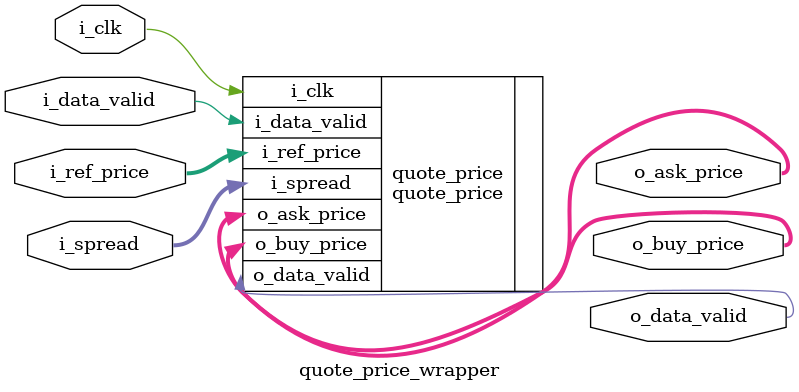
<source format=sv>
`include "../rtl/quote_price.sv"
`timescale 1ns/1ps
module quote_price_wrapper
#(
    parameter FP_WORD_SIZE = 64,
    parameter DATA_WIDTH = 32
)
(
    input logic                         i_clk,
    input logic [FP_WORD_SIZE - 1 : 0]  i_ref_price,
    input logic [FP_WORD_SIZE - 1 : 0]  i_spread,
    input logic                         i_data_valid,
    output logic [DATA_WIDTH - 1 : 0]   o_buy_price,
    output logic [DATA_WIDTH - 1 : 0]   o_ask_price,
    output logic                        o_data_valid
);

    quote_price quote_price
    (
        .i_clk(i_clk),
        .i_ref_price(i_ref_price),
        .i_spread(i_spread),
        .i_data_valid(i_data_valid),
        .o_buy_price(o_buy_price),
        .o_ask_price(o_ask_price),
        .o_data_valid(o_data_valid)
    );

    initial
    begin
        $dumpfile("test.vcd");
        $dumpvars;
    end

endmodule
</source>
